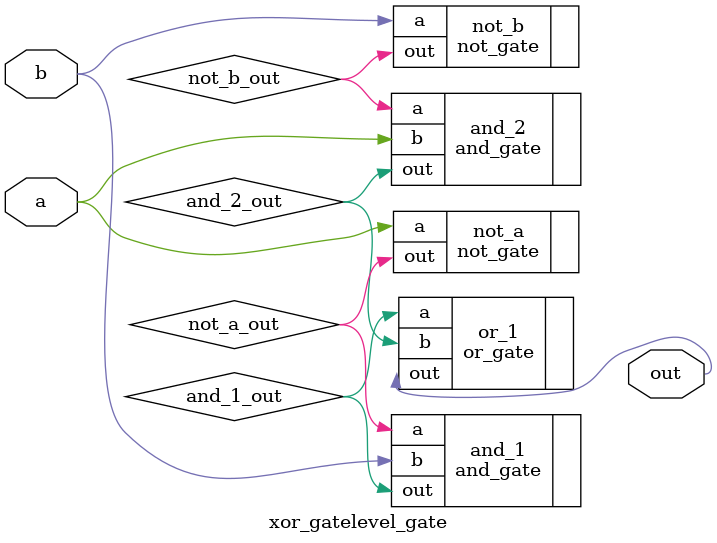
<source format=v>
`include "or_gate.v"
`include "not_gate.v"
`include "and_gate.v"


module xor_gatelevel_gate (a, b, out); 
	
	input a, b;

	output out;

	wire not_a_out, not_b_out;
	wire and_1_out, and_2_out;

	not_gate not_a (.a(a), .out(not_a_out));
	not_gate not_b (.a(b), .out(not_b_out));
	and_gate and_1 (.a(not_a_out), .b(b), .out(and_1_out));
	and_gate and_2 (.a(not_b_out), .b(a), .out(and_2_out));
	or_gate or_1 (.a(and_1_out), .b(and_2_out), .out(out));

//Fill this out
endmodule
</source>
